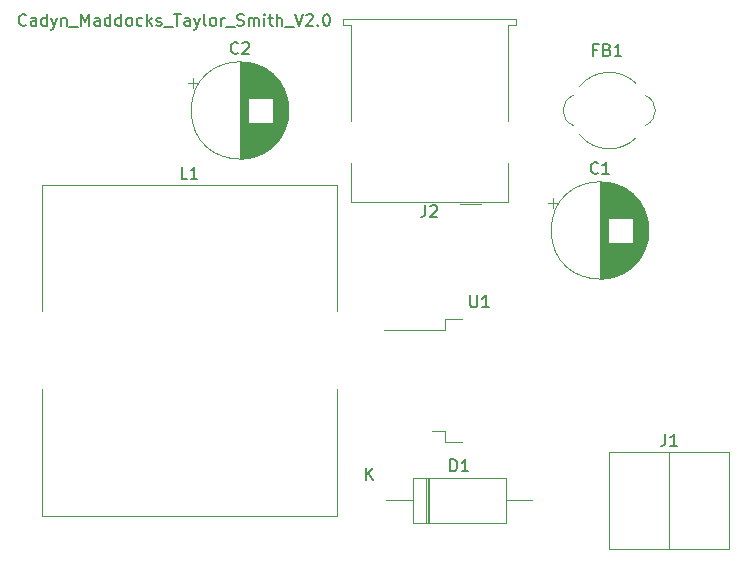
<source format=gbr>
%TF.GenerationSoftware,KiCad,Pcbnew,(6.0.4-0)*%
%TF.CreationDate,2022-04-27T17:17:30-07:00*%
%TF.ProjectId,DC_To_DC_Converter,44435f54-6f5f-4444-935f-436f6e766572,rev?*%
%TF.SameCoordinates,Original*%
%TF.FileFunction,Legend,Top*%
%TF.FilePolarity,Positive*%
%FSLAX46Y46*%
G04 Gerber Fmt 4.6, Leading zero omitted, Abs format (unit mm)*
G04 Created by KiCad (PCBNEW (6.0.4-0)) date 2022-04-27 17:17:30*
%MOMM*%
%LPD*%
G01*
G04 APERTURE LIST*
%ADD10C,0.150000*%
%ADD11C,0.120000*%
G04 APERTURE END LIST*
D10*
X118262380Y-28297142D02*
X118214761Y-28344761D01*
X118071904Y-28392380D01*
X117976666Y-28392380D01*
X117833809Y-28344761D01*
X117738571Y-28249523D01*
X117690952Y-28154285D01*
X117643333Y-27963809D01*
X117643333Y-27820952D01*
X117690952Y-27630476D01*
X117738571Y-27535238D01*
X117833809Y-27440000D01*
X117976666Y-27392380D01*
X118071904Y-27392380D01*
X118214761Y-27440000D01*
X118262380Y-27487619D01*
X119119523Y-28392380D02*
X119119523Y-27868571D01*
X119071904Y-27773333D01*
X118976666Y-27725714D01*
X118786190Y-27725714D01*
X118690952Y-27773333D01*
X119119523Y-28344761D02*
X119024285Y-28392380D01*
X118786190Y-28392380D01*
X118690952Y-28344761D01*
X118643333Y-28249523D01*
X118643333Y-28154285D01*
X118690952Y-28059047D01*
X118786190Y-28011428D01*
X119024285Y-28011428D01*
X119119523Y-27963809D01*
X120024285Y-28392380D02*
X120024285Y-27392380D01*
X120024285Y-28344761D02*
X119929047Y-28392380D01*
X119738571Y-28392380D01*
X119643333Y-28344761D01*
X119595714Y-28297142D01*
X119548095Y-28201904D01*
X119548095Y-27916190D01*
X119595714Y-27820952D01*
X119643333Y-27773333D01*
X119738571Y-27725714D01*
X119929047Y-27725714D01*
X120024285Y-27773333D01*
X120405238Y-27725714D02*
X120643333Y-28392380D01*
X120881428Y-27725714D02*
X120643333Y-28392380D01*
X120548095Y-28630476D01*
X120500476Y-28678095D01*
X120405238Y-28725714D01*
X121262380Y-27725714D02*
X121262380Y-28392380D01*
X121262380Y-27820952D02*
X121309999Y-27773333D01*
X121405238Y-27725714D01*
X121548095Y-27725714D01*
X121643333Y-27773333D01*
X121690952Y-27868571D01*
X121690952Y-28392380D01*
X121929047Y-28487619D02*
X122690952Y-28487619D01*
X122929047Y-28392380D02*
X122929047Y-27392380D01*
X123262380Y-28106666D01*
X123595714Y-27392380D01*
X123595714Y-28392380D01*
X124500476Y-28392380D02*
X124500476Y-27868571D01*
X124452857Y-27773333D01*
X124357619Y-27725714D01*
X124167142Y-27725714D01*
X124071904Y-27773333D01*
X124500476Y-28344761D02*
X124405238Y-28392380D01*
X124167142Y-28392380D01*
X124071904Y-28344761D01*
X124024285Y-28249523D01*
X124024285Y-28154285D01*
X124071904Y-28059047D01*
X124167142Y-28011428D01*
X124405238Y-28011428D01*
X124500476Y-27963809D01*
X125405238Y-28392380D02*
X125405238Y-27392380D01*
X125405238Y-28344761D02*
X125309999Y-28392380D01*
X125119523Y-28392380D01*
X125024285Y-28344761D01*
X124976666Y-28297142D01*
X124929047Y-28201904D01*
X124929047Y-27916190D01*
X124976666Y-27820952D01*
X125024285Y-27773333D01*
X125119523Y-27725714D01*
X125309999Y-27725714D01*
X125405238Y-27773333D01*
X126309999Y-28392380D02*
X126309999Y-27392380D01*
X126309999Y-28344761D02*
X126214761Y-28392380D01*
X126024285Y-28392380D01*
X125929047Y-28344761D01*
X125881428Y-28297142D01*
X125833809Y-28201904D01*
X125833809Y-27916190D01*
X125881428Y-27820952D01*
X125929047Y-27773333D01*
X126024285Y-27725714D01*
X126214761Y-27725714D01*
X126309999Y-27773333D01*
X126929047Y-28392380D02*
X126833809Y-28344761D01*
X126786190Y-28297142D01*
X126738571Y-28201904D01*
X126738571Y-27916190D01*
X126786190Y-27820952D01*
X126833809Y-27773333D01*
X126929047Y-27725714D01*
X127071904Y-27725714D01*
X127167142Y-27773333D01*
X127214761Y-27820952D01*
X127262380Y-27916190D01*
X127262380Y-28201904D01*
X127214761Y-28297142D01*
X127167142Y-28344761D01*
X127071904Y-28392380D01*
X126929047Y-28392380D01*
X128119523Y-28344761D02*
X128024285Y-28392380D01*
X127833809Y-28392380D01*
X127738571Y-28344761D01*
X127690952Y-28297142D01*
X127643333Y-28201904D01*
X127643333Y-27916190D01*
X127690952Y-27820952D01*
X127738571Y-27773333D01*
X127833809Y-27725714D01*
X128024285Y-27725714D01*
X128119523Y-27773333D01*
X128548095Y-28392380D02*
X128548095Y-27392380D01*
X128643333Y-28011428D02*
X128929047Y-28392380D01*
X128929047Y-27725714D02*
X128548095Y-28106666D01*
X129309999Y-28344761D02*
X129405238Y-28392380D01*
X129595714Y-28392380D01*
X129690952Y-28344761D01*
X129738571Y-28249523D01*
X129738571Y-28201904D01*
X129690952Y-28106666D01*
X129595714Y-28059047D01*
X129452857Y-28059047D01*
X129357619Y-28011428D01*
X129309999Y-27916190D01*
X129309999Y-27868571D01*
X129357619Y-27773333D01*
X129452857Y-27725714D01*
X129595714Y-27725714D01*
X129690952Y-27773333D01*
X129929047Y-28487619D02*
X130690952Y-28487619D01*
X130786190Y-27392380D02*
X131357619Y-27392380D01*
X131071904Y-28392380D02*
X131071904Y-27392380D01*
X132119523Y-28392380D02*
X132119523Y-27868571D01*
X132071904Y-27773333D01*
X131976666Y-27725714D01*
X131786190Y-27725714D01*
X131690952Y-27773333D01*
X132119523Y-28344761D02*
X132024285Y-28392380D01*
X131786190Y-28392380D01*
X131690952Y-28344761D01*
X131643333Y-28249523D01*
X131643333Y-28154285D01*
X131690952Y-28059047D01*
X131786190Y-28011428D01*
X132024285Y-28011428D01*
X132119523Y-27963809D01*
X132500476Y-27725714D02*
X132738571Y-28392380D01*
X132976666Y-27725714D02*
X132738571Y-28392380D01*
X132643333Y-28630476D01*
X132595714Y-28678095D01*
X132500476Y-28725714D01*
X133500476Y-28392380D02*
X133405238Y-28344761D01*
X133357619Y-28249523D01*
X133357619Y-27392380D01*
X134024285Y-28392380D02*
X133929047Y-28344761D01*
X133881428Y-28297142D01*
X133833809Y-28201904D01*
X133833809Y-27916190D01*
X133881428Y-27820952D01*
X133929047Y-27773333D01*
X134024285Y-27725714D01*
X134167142Y-27725714D01*
X134262380Y-27773333D01*
X134310000Y-27820952D01*
X134357619Y-27916190D01*
X134357619Y-28201904D01*
X134310000Y-28297142D01*
X134262380Y-28344761D01*
X134167142Y-28392380D01*
X134024285Y-28392380D01*
X134786190Y-28392380D02*
X134786190Y-27725714D01*
X134786190Y-27916190D02*
X134833809Y-27820952D01*
X134881428Y-27773333D01*
X134976666Y-27725714D01*
X135071904Y-27725714D01*
X135167142Y-28487619D02*
X135929047Y-28487619D01*
X136119523Y-28344761D02*
X136262380Y-28392380D01*
X136500476Y-28392380D01*
X136595714Y-28344761D01*
X136643333Y-28297142D01*
X136690952Y-28201904D01*
X136690952Y-28106666D01*
X136643333Y-28011428D01*
X136595714Y-27963809D01*
X136500476Y-27916190D01*
X136310000Y-27868571D01*
X136214761Y-27820952D01*
X136167142Y-27773333D01*
X136119523Y-27678095D01*
X136119523Y-27582857D01*
X136167142Y-27487619D01*
X136214761Y-27440000D01*
X136310000Y-27392380D01*
X136548095Y-27392380D01*
X136690952Y-27440000D01*
X137119523Y-28392380D02*
X137119523Y-27725714D01*
X137119523Y-27820952D02*
X137167142Y-27773333D01*
X137262380Y-27725714D01*
X137405238Y-27725714D01*
X137500476Y-27773333D01*
X137548095Y-27868571D01*
X137548095Y-28392380D01*
X137548095Y-27868571D02*
X137595714Y-27773333D01*
X137690952Y-27725714D01*
X137833809Y-27725714D01*
X137929047Y-27773333D01*
X137976666Y-27868571D01*
X137976666Y-28392380D01*
X138452857Y-28392380D02*
X138452857Y-27725714D01*
X138452857Y-27392380D02*
X138405238Y-27440000D01*
X138452857Y-27487619D01*
X138500476Y-27440000D01*
X138452857Y-27392380D01*
X138452857Y-27487619D01*
X138786190Y-27725714D02*
X139167142Y-27725714D01*
X138929047Y-27392380D02*
X138929047Y-28249523D01*
X138976666Y-28344761D01*
X139071904Y-28392380D01*
X139167142Y-28392380D01*
X139500476Y-28392380D02*
X139500476Y-27392380D01*
X139929047Y-28392380D02*
X139929047Y-27868571D01*
X139881428Y-27773333D01*
X139786190Y-27725714D01*
X139643333Y-27725714D01*
X139548095Y-27773333D01*
X139500476Y-27820952D01*
X140167142Y-28487619D02*
X140929047Y-28487619D01*
X141024285Y-27392380D02*
X141357619Y-28392380D01*
X141690952Y-27392380D01*
X141976666Y-27487619D02*
X142024285Y-27440000D01*
X142119523Y-27392380D01*
X142357619Y-27392380D01*
X142452857Y-27440000D01*
X142500476Y-27487619D01*
X142548095Y-27582857D01*
X142548095Y-27678095D01*
X142500476Y-27820952D01*
X141929047Y-28392380D01*
X142548095Y-28392380D01*
X142976666Y-28297142D02*
X143024285Y-28344761D01*
X142976666Y-28392380D01*
X142929047Y-28344761D01*
X142976666Y-28297142D01*
X142976666Y-28392380D01*
X143643333Y-27392380D02*
X143738571Y-27392380D01*
X143833809Y-27440000D01*
X143881428Y-27487619D01*
X143929047Y-27582857D01*
X143976666Y-27773333D01*
X143976666Y-28011428D01*
X143929047Y-28201904D01*
X143881428Y-28297142D01*
X143833809Y-28344761D01*
X143738571Y-28392380D01*
X143643333Y-28392380D01*
X143548095Y-28344761D01*
X143500476Y-28297142D01*
X143452857Y-28201904D01*
X143405238Y-28011428D01*
X143405238Y-27773333D01*
X143452857Y-27582857D01*
X143500476Y-27487619D01*
X143548095Y-27440000D01*
X143643333Y-27392380D01*
%TO.C,C1*%
X166683333Y-40827142D02*
X166635714Y-40874761D01*
X166492857Y-40922380D01*
X166397619Y-40922380D01*
X166254761Y-40874761D01*
X166159523Y-40779523D01*
X166111904Y-40684285D01*
X166064285Y-40493809D01*
X166064285Y-40350952D01*
X166111904Y-40160476D01*
X166159523Y-40065238D01*
X166254761Y-39970000D01*
X166397619Y-39922380D01*
X166492857Y-39922380D01*
X166635714Y-39970000D01*
X166683333Y-40017619D01*
X167635714Y-40922380D02*
X167064285Y-40922380D01*
X167350000Y-40922380D02*
X167350000Y-39922380D01*
X167254761Y-40065238D01*
X167159523Y-40160476D01*
X167064285Y-40208095D01*
%TO.C,FB1*%
X166627886Y-30408571D02*
X166294553Y-30408571D01*
X166294553Y-30932380D02*
X166294553Y-29932380D01*
X166770743Y-29932380D01*
X167485029Y-30408571D02*
X167627886Y-30456190D01*
X167675505Y-30503809D01*
X167723124Y-30599047D01*
X167723124Y-30741904D01*
X167675505Y-30837142D01*
X167627886Y-30884761D01*
X167532648Y-30932380D01*
X167151696Y-30932380D01*
X167151696Y-29932380D01*
X167485029Y-29932380D01*
X167580267Y-29980000D01*
X167627886Y-30027619D01*
X167675505Y-30122857D01*
X167675505Y-30218095D01*
X167627886Y-30313333D01*
X167580267Y-30360952D01*
X167485029Y-30408571D01*
X167151696Y-30408571D01*
X168675505Y-30932380D02*
X168104077Y-30932380D01*
X168389791Y-30932380D02*
X168389791Y-29932380D01*
X168294553Y-30075238D01*
X168199315Y-30170476D01*
X168104077Y-30218095D01*
%TO.C,J1*%
X172386666Y-62952380D02*
X172386666Y-63666666D01*
X172339047Y-63809523D01*
X172243809Y-63904761D01*
X172100952Y-63952380D01*
X172005714Y-63952380D01*
X173386666Y-63952380D02*
X172815238Y-63952380D01*
X173100952Y-63952380D02*
X173100952Y-62952380D01*
X173005714Y-63095238D01*
X172910476Y-63190476D01*
X172815238Y-63238095D01*
%TO.C,D1*%
X154201904Y-66112380D02*
X154201904Y-65112380D01*
X154440000Y-65112380D01*
X154582857Y-65160000D01*
X154678095Y-65255238D01*
X154725714Y-65350476D01*
X154773333Y-65540952D01*
X154773333Y-65683809D01*
X154725714Y-65874285D01*
X154678095Y-65969523D01*
X154582857Y-66064761D01*
X154440000Y-66112380D01*
X154201904Y-66112380D01*
X155725714Y-66112380D02*
X155154285Y-66112380D01*
X155440000Y-66112380D02*
X155440000Y-65112380D01*
X155344761Y-65255238D01*
X155249523Y-65350476D01*
X155154285Y-65398095D01*
X147058095Y-66832380D02*
X147058095Y-65832380D01*
X147629523Y-66832380D02*
X147200952Y-66260952D01*
X147629523Y-65832380D02*
X147058095Y-66403809D01*
%TO.C,U1*%
X155883095Y-51222380D02*
X155883095Y-52031904D01*
X155930714Y-52127142D01*
X155978333Y-52174761D01*
X156073571Y-52222380D01*
X156264047Y-52222380D01*
X156359285Y-52174761D01*
X156406904Y-52127142D01*
X156454523Y-52031904D01*
X156454523Y-51222380D01*
X157454523Y-52222380D02*
X156883095Y-52222380D01*
X157168809Y-52222380D02*
X157168809Y-51222380D01*
X157073571Y-51365238D01*
X156978333Y-51460476D01*
X156883095Y-51508095D01*
%TO.C,C2*%
X136203333Y-30667142D02*
X136155714Y-30714761D01*
X136012857Y-30762380D01*
X135917619Y-30762380D01*
X135774761Y-30714761D01*
X135679523Y-30619523D01*
X135631904Y-30524285D01*
X135584285Y-30333809D01*
X135584285Y-30190952D01*
X135631904Y-30000476D01*
X135679523Y-29905238D01*
X135774761Y-29810000D01*
X135917619Y-29762380D01*
X136012857Y-29762380D01*
X136155714Y-29810000D01*
X136203333Y-29857619D01*
X136584285Y-29857619D02*
X136631904Y-29810000D01*
X136727142Y-29762380D01*
X136965238Y-29762380D01*
X137060476Y-29810000D01*
X137108095Y-29857619D01*
X137155714Y-29952857D01*
X137155714Y-30048095D01*
X137108095Y-30190952D01*
X136536666Y-30762380D01*
X137155714Y-30762380D01*
%TO.C,J2*%
X152066666Y-43562380D02*
X152066666Y-44276666D01*
X152019047Y-44419523D01*
X151923809Y-44514761D01*
X151780952Y-44562380D01*
X151685714Y-44562380D01*
X152495238Y-43657619D02*
X152542857Y-43610000D01*
X152638095Y-43562380D01*
X152876190Y-43562380D01*
X152971428Y-43610000D01*
X153019047Y-43657619D01*
X153066666Y-43752857D01*
X153066666Y-43848095D01*
X153019047Y-43990952D01*
X152447619Y-44562380D01*
X153066666Y-44562380D01*
%TO.C,L1*%
X131913333Y-41332380D02*
X131437142Y-41332380D01*
X131437142Y-40332380D01*
X132770476Y-41332380D02*
X132199047Y-41332380D01*
X132484761Y-41332380D02*
X132484761Y-40332380D01*
X132389523Y-40475238D01*
X132294285Y-40570476D01*
X132199047Y-40618095D01*
D11*
%TO.C,C1*%
X170411000Y-43686000D02*
X170411000Y-47754000D01*
X168211000Y-46760000D02*
X168211000Y-49570000D01*
X167971000Y-41795000D02*
X167971000Y-44680000D01*
X170451000Y-43756000D02*
X170451000Y-47684000D01*
X168571000Y-42016000D02*
X168571000Y-44680000D01*
X169211000Y-46760000D02*
X169211000Y-49058000D01*
X170211000Y-43375000D02*
X170211000Y-48065000D01*
X169971000Y-43069000D02*
X169971000Y-48371000D01*
X168051000Y-41818000D02*
X168051000Y-44680000D01*
X167891000Y-41773000D02*
X167891000Y-44680000D01*
X167210000Y-41655000D02*
X167210000Y-49785000D01*
X169531000Y-46760000D02*
X169531000Y-48810000D01*
X170771000Y-44491000D02*
X170771000Y-46949000D01*
X168171000Y-46760000D02*
X168171000Y-49583000D01*
X168251000Y-46760000D02*
X168251000Y-49555000D01*
X167611000Y-46760000D02*
X167611000Y-49730000D01*
X169731000Y-42813000D02*
X169731000Y-48627000D01*
X168211000Y-41870000D02*
X168211000Y-44680000D01*
X168491000Y-46760000D02*
X168491000Y-49460000D01*
X168891000Y-46760000D02*
X168891000Y-49260000D01*
X168611000Y-42034000D02*
X168611000Y-44680000D01*
X169051000Y-46760000D02*
X169051000Y-49164000D01*
X170811000Y-44622000D02*
X170811000Y-46818000D01*
X162440302Y-43405000D02*
X163240302Y-43405000D01*
X168771000Y-42114000D02*
X168771000Y-44680000D01*
X167771000Y-41744000D02*
X167771000Y-44680000D01*
X168171000Y-41857000D02*
X168171000Y-44680000D01*
X169491000Y-42596000D02*
X169491000Y-44680000D01*
X170091000Y-43215000D02*
X170091000Y-48225000D01*
X168131000Y-46760000D02*
X168131000Y-49597000D01*
X170331000Y-43554000D02*
X170331000Y-47886000D01*
X167811000Y-41753000D02*
X167811000Y-44680000D01*
X169571000Y-42665000D02*
X169571000Y-44680000D01*
X170891000Y-44952000D02*
X170891000Y-46488000D01*
X168291000Y-46760000D02*
X168291000Y-49541000D01*
X168851000Y-46760000D02*
X168851000Y-49282000D01*
X168451000Y-46760000D02*
X168451000Y-49477000D01*
X169451000Y-46760000D02*
X169451000Y-48876000D01*
X168731000Y-42093000D02*
X168731000Y-44680000D01*
X169011000Y-46760000D02*
X169011000Y-49189000D01*
X168731000Y-46760000D02*
X168731000Y-49347000D01*
X167410000Y-41678000D02*
X167410000Y-49762000D01*
X168091000Y-46760000D02*
X168091000Y-49609000D01*
X169251000Y-42411000D02*
X169251000Y-44680000D01*
X169091000Y-46760000D02*
X169091000Y-49138000D01*
X168931000Y-42203000D02*
X168931000Y-44680000D01*
X169611000Y-42701000D02*
X169611000Y-44680000D01*
X167450000Y-41683000D02*
X167450000Y-49757000D01*
X166850000Y-41640000D02*
X166850000Y-49800000D01*
X167130000Y-41649000D02*
X167130000Y-49791000D01*
X168291000Y-41899000D02*
X168291000Y-44680000D01*
X169171000Y-42355000D02*
X169171000Y-44680000D01*
X170531000Y-43907000D02*
X170531000Y-47533000D01*
X168811000Y-46760000D02*
X168811000Y-49304000D01*
X167571000Y-41703000D02*
X167571000Y-44680000D01*
X168371000Y-46760000D02*
X168371000Y-49510000D01*
X168091000Y-41831000D02*
X168091000Y-44680000D01*
X162840302Y-43005000D02*
X162840302Y-43805000D01*
X169371000Y-42500000D02*
X169371000Y-44680000D01*
X167651000Y-41718000D02*
X167651000Y-44680000D01*
X169291000Y-46760000D02*
X169291000Y-49000000D01*
X169691000Y-42775000D02*
X169691000Y-48665000D01*
X168771000Y-46760000D02*
X168771000Y-49326000D01*
X170251000Y-43433000D02*
X170251000Y-48007000D01*
X167571000Y-46760000D02*
X167571000Y-49737000D01*
X169131000Y-46760000D02*
X169131000Y-49112000D01*
X169451000Y-42564000D02*
X169451000Y-44680000D01*
X170131000Y-43266000D02*
X170131000Y-48174000D01*
X170371000Y-43618000D02*
X170371000Y-47822000D01*
X167811000Y-46760000D02*
X167811000Y-49687000D01*
X167050000Y-41644000D02*
X167050000Y-49796000D01*
X169091000Y-42302000D02*
X169091000Y-44680000D01*
X167370000Y-41672000D02*
X167370000Y-49768000D01*
X170571000Y-43989000D02*
X170571000Y-47451000D01*
X167330000Y-41668000D02*
X167330000Y-49772000D01*
X167250000Y-41659000D02*
X167250000Y-49781000D01*
X167971000Y-46760000D02*
X167971000Y-49645000D01*
X169171000Y-46760000D02*
X169171000Y-49085000D01*
X167771000Y-46760000D02*
X167771000Y-49696000D01*
X170691000Y-44267000D02*
X170691000Y-47173000D01*
X167691000Y-41726000D02*
X167691000Y-44680000D01*
X167010000Y-41643000D02*
X167010000Y-49797000D01*
X170051000Y-43164000D02*
X170051000Y-48276000D01*
X169571000Y-46760000D02*
X169571000Y-48775000D01*
X167851000Y-46760000D02*
X167851000Y-49677000D01*
X168251000Y-41885000D02*
X168251000Y-44680000D01*
X168651000Y-46760000D02*
X168651000Y-49386000D01*
X170291000Y-43492000D02*
X170291000Y-47948000D01*
X169531000Y-42630000D02*
X169531000Y-44680000D01*
X167090000Y-41646000D02*
X167090000Y-49794000D01*
X169371000Y-46760000D02*
X169371000Y-48940000D01*
X169931000Y-43023000D02*
X169931000Y-48417000D01*
X170491000Y-43830000D02*
X170491000Y-47610000D01*
X169251000Y-46760000D02*
X169251000Y-49029000D01*
X169051000Y-42276000D02*
X169051000Y-44680000D01*
X169811000Y-42894000D02*
X169811000Y-48546000D01*
X168691000Y-46760000D02*
X168691000Y-49367000D01*
X168371000Y-41930000D02*
X168371000Y-44680000D01*
X168611000Y-46760000D02*
X168611000Y-49406000D01*
X170851000Y-44772000D02*
X170851000Y-46668000D01*
X169411000Y-46760000D02*
X169411000Y-48909000D01*
X170931000Y-45187000D02*
X170931000Y-46253000D01*
X169891000Y-42979000D02*
X169891000Y-48461000D01*
X170171000Y-43320000D02*
X170171000Y-48120000D01*
X168451000Y-41963000D02*
X168451000Y-44680000D01*
X167651000Y-46760000D02*
X167651000Y-49722000D01*
X169331000Y-42470000D02*
X169331000Y-44680000D01*
X169651000Y-42737000D02*
X169651000Y-48703000D01*
X168411000Y-46760000D02*
X168411000Y-49494000D01*
X167290000Y-41663000D02*
X167290000Y-49777000D01*
X169851000Y-42936000D02*
X169851000Y-48504000D01*
X168971000Y-42227000D02*
X168971000Y-44680000D01*
X168651000Y-42054000D02*
X168651000Y-44680000D01*
X167891000Y-46760000D02*
X167891000Y-49667000D01*
X167851000Y-41763000D02*
X167851000Y-44680000D01*
X169011000Y-42251000D02*
X169011000Y-44680000D01*
X167611000Y-41710000D02*
X167611000Y-44680000D01*
X166890000Y-41640000D02*
X166890000Y-49800000D01*
X170011000Y-43116000D02*
X170011000Y-48324000D01*
X170611000Y-44075000D02*
X170611000Y-47365000D01*
X168411000Y-41946000D02*
X168411000Y-44680000D01*
X168131000Y-41843000D02*
X168131000Y-44680000D01*
X167170000Y-41652000D02*
X167170000Y-49788000D01*
X168531000Y-46760000D02*
X168531000Y-49442000D01*
X169331000Y-46760000D02*
X169331000Y-48970000D01*
X166930000Y-41640000D02*
X166930000Y-49800000D01*
X169131000Y-42328000D02*
X169131000Y-44680000D01*
X170731000Y-44374000D02*
X170731000Y-47066000D01*
X168971000Y-46760000D02*
X168971000Y-49213000D01*
X168491000Y-41980000D02*
X168491000Y-44680000D01*
X169611000Y-46760000D02*
X169611000Y-48739000D01*
X167691000Y-46760000D02*
X167691000Y-49714000D01*
X168011000Y-46760000D02*
X168011000Y-49634000D01*
X168931000Y-46760000D02*
X168931000Y-49237000D01*
X169771000Y-42853000D02*
X169771000Y-48587000D01*
X168691000Y-42073000D02*
X168691000Y-44680000D01*
X169491000Y-46760000D02*
X169491000Y-48844000D01*
X169211000Y-42382000D02*
X169211000Y-44680000D01*
X168571000Y-46760000D02*
X168571000Y-49424000D01*
X168851000Y-42158000D02*
X168851000Y-44680000D01*
X168331000Y-46760000D02*
X168331000Y-49525000D01*
X168811000Y-42136000D02*
X168811000Y-44680000D01*
X168531000Y-41998000D02*
X168531000Y-44680000D01*
X166970000Y-41641000D02*
X166970000Y-49799000D01*
X168891000Y-42180000D02*
X168891000Y-44680000D01*
X169411000Y-42531000D02*
X169411000Y-44680000D01*
X167731000Y-46760000D02*
X167731000Y-49705000D01*
X168011000Y-41806000D02*
X168011000Y-44680000D01*
X169291000Y-42440000D02*
X169291000Y-44680000D01*
X167530000Y-41696000D02*
X167530000Y-49744000D01*
X167731000Y-41735000D02*
X167731000Y-44680000D01*
X167490000Y-41690000D02*
X167490000Y-49750000D01*
X167931000Y-41784000D02*
X167931000Y-44680000D01*
X170651000Y-44168000D02*
X170651000Y-47272000D01*
X168051000Y-46760000D02*
X168051000Y-49622000D01*
X167931000Y-46760000D02*
X167931000Y-49656000D01*
X168331000Y-41915000D02*
X168331000Y-44680000D01*
X170970000Y-45720000D02*
G75*
G03*
X170970000Y-45720000I-4120000J0D01*
G01*
%TO.C,FB1*%
X165100000Y-37592000D02*
G75*
G03*
X169940068Y-37860068I2540000J2032000D01*
G01*
X170688000Y-36830000D02*
G75*
G03*
X170688000Y-34290000I-508000J1270000D01*
G01*
X164592000Y-34290000D02*
G75*
G03*
X164592000Y-36830000I508000J-1270000D01*
G01*
X169926001Y-33273999D02*
G75*
G03*
X165115535Y-33540428I-2286001J-2286001D01*
G01*
%TO.C,J1*%
X177800000Y-64480000D02*
X177800000Y-72680000D01*
X167640000Y-64480000D02*
X167640000Y-72680000D01*
X167640000Y-72680000D02*
X177800000Y-72680000D01*
X167640000Y-64480000D02*
X177800000Y-64480000D01*
X172720000Y-72680000D02*
X172720000Y-64480000D01*
%TO.C,D1*%
X152160000Y-66660000D02*
X152160000Y-70500000D01*
X151020000Y-70500000D02*
X158860000Y-70500000D01*
X148760000Y-68580000D02*
X151020000Y-68580000D01*
X152280000Y-66660000D02*
X152280000Y-70500000D01*
X161120000Y-68580000D02*
X158860000Y-68580000D01*
X158860000Y-70500000D02*
X158860000Y-66660000D01*
X151020000Y-66660000D02*
X151020000Y-70500000D01*
X152400000Y-66660000D02*
X152400000Y-70500000D01*
X158860000Y-66660000D02*
X151020000Y-66660000D01*
%TO.C,U1*%
X153695000Y-62670000D02*
X152595000Y-62670000D01*
X155195000Y-63620000D02*
X153695000Y-63620000D01*
X155195000Y-53220000D02*
X153695000Y-53220000D01*
X153695000Y-53220000D02*
X153695000Y-54170000D01*
X153695000Y-63620000D02*
X153695000Y-62670000D01*
X153695000Y-54170000D02*
X148570000Y-54170000D01*
%TO.C,C2*%
X138571000Y-32116000D02*
X138571000Y-34520000D01*
X136410000Y-31480000D02*
X136410000Y-39640000D01*
X138811000Y-36600000D02*
X138811000Y-38840000D01*
X138371000Y-31998000D02*
X138371000Y-34520000D01*
X137971000Y-36600000D02*
X137971000Y-39317000D01*
X137571000Y-36600000D02*
X137571000Y-39462000D01*
X137931000Y-31786000D02*
X137931000Y-34520000D01*
X138651000Y-32168000D02*
X138651000Y-34520000D01*
X137891000Y-31770000D02*
X137891000Y-34520000D01*
X139011000Y-36600000D02*
X139011000Y-38684000D01*
X138211000Y-36600000D02*
X138211000Y-39207000D01*
X137091000Y-36600000D02*
X137091000Y-39577000D01*
X131960302Y-33245000D02*
X132760302Y-33245000D01*
X138091000Y-31856000D02*
X138091000Y-34520000D01*
X137491000Y-36600000D02*
X137491000Y-39485000D01*
X138171000Y-31894000D02*
X138171000Y-34520000D01*
X136610000Y-31486000D02*
X136610000Y-39634000D01*
X137691000Y-36600000D02*
X137691000Y-39423000D01*
X137891000Y-36600000D02*
X137891000Y-39350000D01*
X139891000Y-33458000D02*
X139891000Y-37662000D01*
X137491000Y-31635000D02*
X137491000Y-34520000D01*
X140171000Y-34008000D02*
X140171000Y-37112000D01*
X138331000Y-31976000D02*
X138331000Y-34520000D01*
X139691000Y-33160000D02*
X139691000Y-37960000D01*
X137331000Y-31593000D02*
X137331000Y-34520000D01*
X139851000Y-33394000D02*
X139851000Y-37726000D01*
X138931000Y-32371000D02*
X138931000Y-34520000D01*
X140411000Y-34792000D02*
X140411000Y-36328000D01*
X138891000Y-36600000D02*
X138891000Y-38780000D01*
X132360302Y-32845000D02*
X132360302Y-33645000D01*
X138531000Y-36600000D02*
X138531000Y-39029000D01*
X138771000Y-32251000D02*
X138771000Y-34520000D01*
X138411000Y-32020000D02*
X138411000Y-34520000D01*
X139651000Y-33106000D02*
X139651000Y-38014000D01*
X138851000Y-32310000D02*
X138851000Y-34520000D01*
X139131000Y-36600000D02*
X139131000Y-38579000D01*
X138011000Y-36600000D02*
X138011000Y-39300000D01*
X137131000Y-36600000D02*
X137131000Y-39570000D01*
X140051000Y-33747000D02*
X140051000Y-37373000D01*
X137771000Y-31725000D02*
X137771000Y-34520000D01*
X139331000Y-32734000D02*
X139331000Y-38386000D01*
X138051000Y-31838000D02*
X138051000Y-34520000D01*
X139051000Y-36600000D02*
X139051000Y-38650000D01*
X138811000Y-32280000D02*
X138811000Y-34520000D01*
X137731000Y-36600000D02*
X137731000Y-39410000D01*
X138131000Y-36600000D02*
X138131000Y-39246000D01*
X136690000Y-31492000D02*
X136690000Y-39628000D01*
X138291000Y-31954000D02*
X138291000Y-34520000D01*
X137291000Y-36600000D02*
X137291000Y-39536000D01*
X138891000Y-32340000D02*
X138891000Y-34520000D01*
X138331000Y-36600000D02*
X138331000Y-39144000D01*
X139251000Y-32653000D02*
X139251000Y-38467000D01*
X137251000Y-36600000D02*
X137251000Y-39545000D01*
X139171000Y-32577000D02*
X139171000Y-38543000D01*
X137811000Y-31739000D02*
X137811000Y-34520000D01*
X139531000Y-32956000D02*
X139531000Y-38164000D01*
X138731000Y-36600000D02*
X138731000Y-38898000D01*
X139451000Y-32863000D02*
X139451000Y-38257000D01*
X139771000Y-33273000D02*
X139771000Y-37847000D01*
X139211000Y-32615000D02*
X139211000Y-38505000D01*
X137211000Y-36600000D02*
X137211000Y-39554000D01*
X137451000Y-36600000D02*
X137451000Y-39496000D01*
X138611000Y-36600000D02*
X138611000Y-38978000D01*
X138491000Y-36600000D02*
X138491000Y-39053000D01*
X137371000Y-31603000D02*
X137371000Y-34520000D01*
X138211000Y-31913000D02*
X138211000Y-34520000D01*
X139931000Y-33526000D02*
X139931000Y-37594000D01*
X139971000Y-33596000D02*
X139971000Y-37524000D01*
X137611000Y-31671000D02*
X137611000Y-34520000D01*
X136890000Y-31512000D02*
X136890000Y-39608000D01*
X137371000Y-36600000D02*
X137371000Y-39517000D01*
X137691000Y-31697000D02*
X137691000Y-34520000D01*
X139091000Y-36600000D02*
X139091000Y-38615000D01*
X138451000Y-36600000D02*
X138451000Y-39077000D01*
X140131000Y-33915000D02*
X140131000Y-37205000D01*
X138531000Y-32091000D02*
X138531000Y-34520000D01*
X137291000Y-31584000D02*
X137291000Y-34520000D01*
X139571000Y-33004000D02*
X139571000Y-38116000D01*
X136730000Y-31495000D02*
X136730000Y-39625000D01*
X136450000Y-31480000D02*
X136450000Y-39640000D01*
X138131000Y-31874000D02*
X138131000Y-34520000D01*
X138651000Y-36600000D02*
X138651000Y-38952000D01*
X136850000Y-31508000D02*
X136850000Y-39612000D01*
X140291000Y-34331000D02*
X140291000Y-36789000D01*
X137651000Y-31683000D02*
X137651000Y-34520000D01*
X138931000Y-36600000D02*
X138931000Y-38749000D01*
X136570000Y-31484000D02*
X136570000Y-39636000D01*
X137211000Y-31566000D02*
X137211000Y-34520000D01*
X137731000Y-31710000D02*
X137731000Y-34520000D01*
X137171000Y-31558000D02*
X137171000Y-34520000D01*
X137931000Y-36600000D02*
X137931000Y-39334000D01*
X138851000Y-36600000D02*
X138851000Y-38810000D01*
X137091000Y-31543000D02*
X137091000Y-34520000D01*
X136650000Y-31489000D02*
X136650000Y-39631000D01*
X140331000Y-34462000D02*
X140331000Y-36658000D01*
X138491000Y-32067000D02*
X138491000Y-34520000D01*
X138771000Y-36600000D02*
X138771000Y-38869000D01*
X137131000Y-31550000D02*
X137131000Y-34520000D01*
X137651000Y-36600000D02*
X137651000Y-39437000D01*
X138971000Y-32404000D02*
X138971000Y-34520000D01*
X140211000Y-34107000D02*
X140211000Y-37013000D01*
X137571000Y-31658000D02*
X137571000Y-34520000D01*
X139411000Y-32819000D02*
X139411000Y-38301000D01*
X138371000Y-36600000D02*
X138371000Y-39122000D01*
X138171000Y-36600000D02*
X138171000Y-39226000D01*
X139291000Y-32693000D02*
X139291000Y-38427000D01*
X138611000Y-32142000D02*
X138611000Y-34520000D01*
X139611000Y-33055000D02*
X139611000Y-38065000D01*
X137171000Y-36600000D02*
X137171000Y-39562000D01*
X136770000Y-31499000D02*
X136770000Y-39621000D01*
X138251000Y-31933000D02*
X138251000Y-34520000D01*
X137611000Y-36600000D02*
X137611000Y-39449000D01*
X140451000Y-35027000D02*
X140451000Y-36093000D01*
X136490000Y-31481000D02*
X136490000Y-39639000D01*
X136530000Y-31483000D02*
X136530000Y-39637000D01*
X136970000Y-31523000D02*
X136970000Y-39597000D01*
X138251000Y-36600000D02*
X138251000Y-39187000D01*
X138011000Y-31820000D02*
X138011000Y-34520000D01*
X136370000Y-31480000D02*
X136370000Y-39640000D01*
X137771000Y-36600000D02*
X137771000Y-39395000D01*
X137531000Y-36600000D02*
X137531000Y-39474000D01*
X137251000Y-31575000D02*
X137251000Y-34520000D01*
X136930000Y-31518000D02*
X136930000Y-39602000D01*
X140091000Y-33829000D02*
X140091000Y-37291000D01*
X139731000Y-33215000D02*
X139731000Y-37905000D01*
X139131000Y-32541000D02*
X139131000Y-34520000D01*
X137531000Y-31646000D02*
X137531000Y-34520000D01*
X139491000Y-32909000D02*
X139491000Y-38211000D01*
X139091000Y-32505000D02*
X139091000Y-34520000D01*
X137010000Y-31530000D02*
X137010000Y-39590000D01*
X140371000Y-34612000D02*
X140371000Y-36508000D01*
X138971000Y-36600000D02*
X138971000Y-38716000D01*
X137050000Y-31536000D02*
X137050000Y-39584000D01*
X139011000Y-32436000D02*
X139011000Y-34520000D01*
X137851000Y-31755000D02*
X137851000Y-34520000D01*
X139811000Y-33332000D02*
X139811000Y-37788000D01*
X137331000Y-36600000D02*
X137331000Y-39527000D01*
X139371000Y-32776000D02*
X139371000Y-38344000D01*
X138051000Y-36600000D02*
X138051000Y-39282000D01*
X137971000Y-31803000D02*
X137971000Y-34520000D01*
X140011000Y-33670000D02*
X140011000Y-37450000D01*
X138691000Y-36600000D02*
X138691000Y-38925000D01*
X137411000Y-31613000D02*
X137411000Y-34520000D01*
X138691000Y-32195000D02*
X138691000Y-34520000D01*
X137851000Y-36600000D02*
X137851000Y-39365000D01*
X138291000Y-36600000D02*
X138291000Y-39166000D01*
X137411000Y-36600000D02*
X137411000Y-39507000D01*
X139051000Y-32470000D02*
X139051000Y-34520000D01*
X140251000Y-34214000D02*
X140251000Y-36906000D01*
X138731000Y-32222000D02*
X138731000Y-34520000D01*
X138571000Y-36600000D02*
X138571000Y-39004000D01*
X138451000Y-32043000D02*
X138451000Y-34520000D01*
X136810000Y-31503000D02*
X136810000Y-39617000D01*
X137451000Y-31624000D02*
X137451000Y-34520000D01*
X138411000Y-36600000D02*
X138411000Y-39100000D01*
X137811000Y-36600000D02*
X137811000Y-39381000D01*
X138091000Y-36600000D02*
X138091000Y-39264000D01*
X140490000Y-35560000D02*
G75*
G03*
X140490000Y-35560000I-4120000J0D01*
G01*
%TO.C,J2*%
X145090000Y-27820000D02*
X145090000Y-28340000D01*
X159060000Y-28340000D02*
X159710000Y-28340000D01*
X159060000Y-43300000D02*
X159060000Y-39970000D01*
X159710000Y-27820000D02*
X145090000Y-27820000D01*
X145740000Y-36450000D02*
X145740000Y-28340000D01*
X159060000Y-28340000D02*
X159060000Y-36450000D01*
X156800000Y-43520000D02*
X155000000Y-43520000D01*
X145090000Y-28340000D02*
X145740000Y-28340000D01*
X159710000Y-28340000D02*
X159710000Y-27820000D01*
X145740000Y-43300000D02*
X145740000Y-39970000D01*
X159060000Y-43300000D02*
X145740000Y-43300000D01*
%TO.C,L1*%
X144580000Y-59180000D02*
X144580000Y-69880000D01*
X119580000Y-41880000D02*
X144580000Y-41880000D01*
X119580000Y-41880000D02*
X119580000Y-52580000D01*
X144580000Y-69880000D02*
X119580000Y-69880000D01*
X119580000Y-69880000D02*
X119580000Y-59180000D01*
X144580000Y-41880000D02*
X144580000Y-52580000D01*
%TD*%
M02*

</source>
